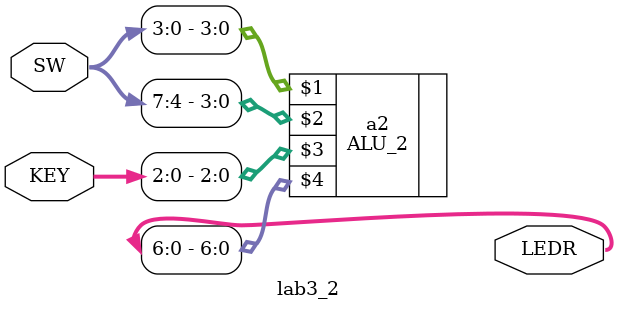
<source format=v>


module lab3_2(

	//////////// KEY //////////
	input 		     [3:0]		KEY,

	//////////// SW //////////
	input 		     [9:0]		SW,

	//////////// LED //////////
	output		     [9:0]		LEDR
);



//=======================================================
//  REG/WIRE declarations
//=======================================================

ALU_2 a2(SW[3:0], SW[7:4], KEY[2:0], LEDR[6:0]);


//=======================================================
//  Structural coding
//=======================================================



endmodule

</source>
